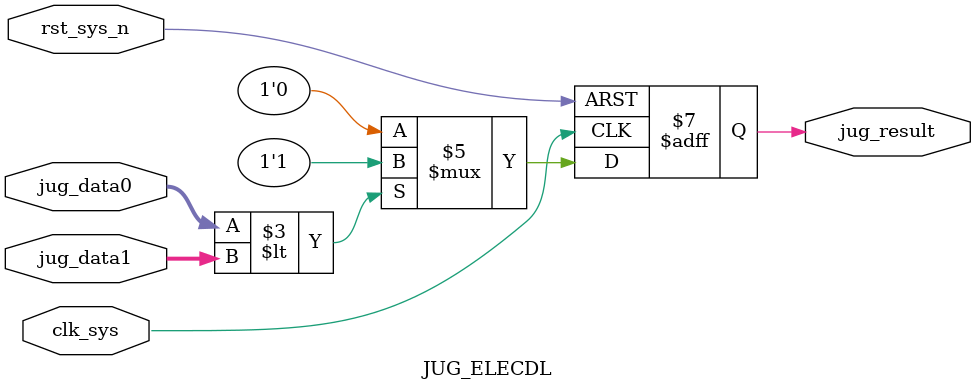
<source format=v>
`timescale 1 ns / 1 ns
`include "DEFINES.v"

module JUG_ELECDL 
    (
        rst_sys_n               ,   
        clk_sys                 ,   
  
        jug_data0               ,   
        jug_data1                ,   
        jug_result

    ) ;
    
/**********************************************************************************\
***************************** declare parameter ************************************
\**********************************************************************************/

/**********************************************************************************\
***************************** declare interface signal *****************************
\**********************************************************************************/
// input singal
input   wire                    rst_sys_n                           ;   
input   wire                    clk_sys                             ;   

input   wire    [15:0]          jug_data0                           ;   
input   wire    [15:0]          jug_data1                           ;   
// output signal
output  reg                     jug_result                          ;   
/**********************************************************************************\
**************************** declare singal attribute ******************************
\**********************************************************************************/
// wire signal
// reg signal             

/**********************************************************************************\
******************************** debug code ****************************************

/**********************************************************************************\
********************************* main code ****************************************
\**********************************************************************************/
always @ ( posedge clk_sys or negedge rst_sys_n ) begin
    if( rst_sys_n == 1'b0 ) begin
        jug_result <= 1'b0 ;
    end
    else begin
        if ( jug_data0 < jug_data1 ) begin
            jug_result <= 1'b1 ;
        end
        else begin
            jug_result <= 1'b0 ;
        end
    end
end

endmodule

</source>
